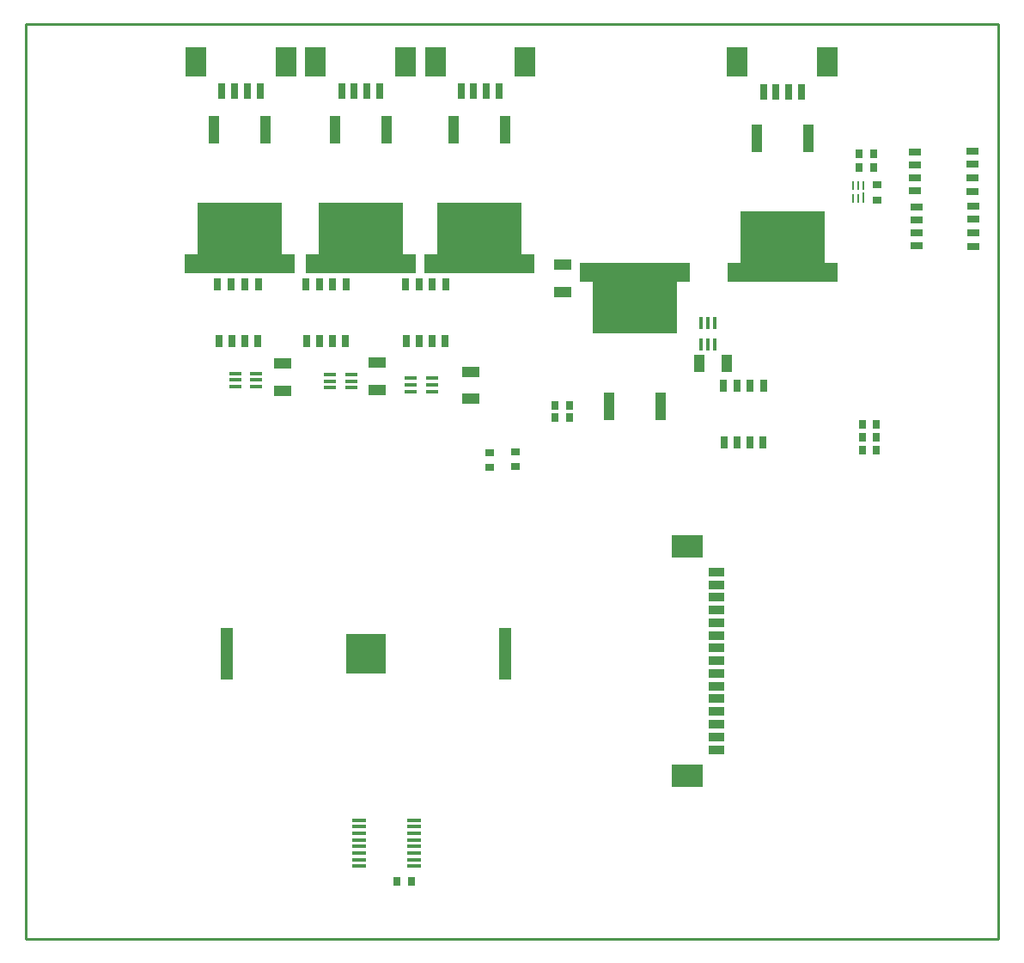
<source format=gbp>
G04*
G04 #@! TF.GenerationSoftware,Altium Limited,Altium Designer,18.1.9 (240)*
G04*
G04 Layer_Color=128*
%FSLAX44Y44*%
%MOMM*%
G71*
G01*
G75*
%ADD14C,0.2540*%
%ADD21R,0.9000X0.7000*%
%ADD24R,0.8000X1.6000*%
%ADD25R,2.1000X3.0000*%
%ADD34R,1.1684X0.3556*%
%ADD35R,0.3556X1.1684*%
%ADD41R,0.9000X0.8000*%
%ADD43R,0.8000X0.9000*%
%ADD44R,0.7000X0.9000*%
%ADD48R,1.7000X1.1000*%
%ADD141R,1.6002X0.8128*%
%ADD142R,3.0988X2.2098*%
%ADD143R,1.3000X5.1000*%
%ADD144R,4.0000X4.0000*%
%ADD145R,0.2700X1.0200*%
%ADD146R,0.2700X0.9400*%
%ADD147R,0.6500X1.2000*%
%ADD148R,1.2000X0.6500*%
%ADD149R,10.8000X1.9100*%
%ADD150R,8.3300X5.0800*%
%ADD151R,1.0500X2.8000*%
%ADD152R,1.4000X0.3500*%
%ADD153R,1.1000X1.7000*%
D14*
Y901700D02*
X958850D01*
X958850Y0D01*
X0D02*
X958850D01*
X0D02*
Y901700D01*
D21*
X839470Y742830D02*
D03*
Y727830D02*
D03*
D24*
X348750Y835218D02*
D03*
X336250D02*
D03*
X311250D02*
D03*
X323750D02*
D03*
X764500Y835000D02*
D03*
X752000D02*
D03*
X727000D02*
D03*
X739500D02*
D03*
X231040Y835108D02*
D03*
X218540D02*
D03*
X193540D02*
D03*
X206040D02*
D03*
X466600Y835218D02*
D03*
X454100D02*
D03*
X429100D02*
D03*
X441600D02*
D03*
D25*
X374250Y864218D02*
D03*
X285750D02*
D03*
X790000Y864000D02*
D03*
X701500D02*
D03*
X256540Y864108D02*
D03*
X168040D02*
D03*
X492100Y864218D02*
D03*
X403600D02*
D03*
D34*
X379386Y539108D02*
D03*
Y545712D02*
D03*
Y552316D02*
D03*
X400214D02*
D03*
Y545712D02*
D03*
Y539108D02*
D03*
X206545Y544076D02*
D03*
Y550680D02*
D03*
Y557284D02*
D03*
X227373D02*
D03*
Y550680D02*
D03*
Y544076D02*
D03*
X300119Y542971D02*
D03*
Y549575D02*
D03*
Y556179D02*
D03*
X320947D02*
D03*
Y549575D02*
D03*
Y542971D02*
D03*
D35*
X665808Y606664D02*
D03*
X672412D02*
D03*
X679016D02*
D03*
Y585836D02*
D03*
X672412D02*
D03*
X665808D02*
D03*
D41*
X457500Y464953D02*
D03*
Y478953D02*
D03*
X482500Y465500D02*
D03*
Y479500D02*
D03*
D43*
X365820Y56899D02*
D03*
X379820D02*
D03*
X824341Y481866D02*
D03*
X838341D02*
D03*
X838341Y494366D02*
D03*
X824341D02*
D03*
X824341Y507034D02*
D03*
X838341D02*
D03*
X522000Y526000D02*
D03*
X536000D02*
D03*
X521828Y513842D02*
D03*
X535828D02*
D03*
X835437Y773445D02*
D03*
X821438D02*
D03*
D44*
X836044Y760000D02*
D03*
X821044D02*
D03*
D48*
X253500Y566750D02*
D03*
Y539750D02*
D03*
X346000Y567750D02*
D03*
Y540750D02*
D03*
X529590Y637155D02*
D03*
Y664155D02*
D03*
X438500Y532000D02*
D03*
Y559000D02*
D03*
D141*
X681000Y186500D02*
D03*
Y199000D02*
D03*
Y211500D02*
D03*
Y224000D02*
D03*
Y236500D02*
D03*
Y249000D02*
D03*
Y261500D02*
D03*
Y274000D02*
D03*
Y286500D02*
D03*
Y299000D02*
D03*
Y311500D02*
D03*
Y324000D02*
D03*
Y336500D02*
D03*
Y349000D02*
D03*
Y361500D02*
D03*
D142*
X652000Y387000D02*
D03*
Y161000D02*
D03*
D143*
X198342Y280670D02*
D03*
X472642D02*
D03*
D144*
X335492D02*
D03*
D145*
X825420Y730388D02*
D03*
D146*
X820420Y729988D02*
D03*
X815420D02*
D03*
Y742588D02*
D03*
X820420D02*
D03*
X825420D02*
D03*
D147*
X726440Y489280D02*
D03*
X713740D02*
D03*
X701040D02*
D03*
X688340D02*
D03*
X687324Y545470D02*
D03*
X700786D02*
D03*
X713994D02*
D03*
X727456D02*
D03*
X413258Y588877D02*
D03*
X400558D02*
D03*
X387858D02*
D03*
X375158D02*
D03*
X374142Y645068D02*
D03*
X387604D02*
D03*
X400812D02*
D03*
X414274D02*
D03*
X228278Y588878D02*
D03*
X215578D02*
D03*
X202878D02*
D03*
X190178D02*
D03*
X189162Y645068D02*
D03*
X202624D02*
D03*
X215832D02*
D03*
X229294D02*
D03*
X315214Y588878D02*
D03*
X302514D02*
D03*
X289814D02*
D03*
X277114D02*
D03*
X276098Y645068D02*
D03*
X289560D02*
D03*
X302768D02*
D03*
X316230D02*
D03*
D148*
X877850Y683260D02*
D03*
Y695960D02*
D03*
Y708660D02*
D03*
Y721360D02*
D03*
X934040Y722376D02*
D03*
Y708914D02*
D03*
Y695706D02*
D03*
Y682244D02*
D03*
X876580Y737450D02*
D03*
Y750150D02*
D03*
Y762850D02*
D03*
Y775550D02*
D03*
X932770Y776566D02*
D03*
Y763104D02*
D03*
Y749896D02*
D03*
Y736434D02*
D03*
D149*
X330689Y664889D02*
D03*
X210969Y664889D02*
D03*
X447250Y665000D02*
D03*
X600000Y657006D02*
D03*
X746000Y656750D02*
D03*
D150*
X330689Y699839D02*
D03*
X210969Y699839D02*
D03*
X447250Y699950D02*
D03*
X600000Y622056D02*
D03*
X746000Y691700D02*
D03*
D151*
X356089Y797039D02*
D03*
X305289D02*
D03*
X236369Y797039D02*
D03*
X185569D02*
D03*
X472650Y797150D02*
D03*
X421850D02*
D03*
X574600Y524856D02*
D03*
X625400D02*
D03*
X771400Y788900D02*
D03*
X720600D02*
D03*
D152*
X329000Y71500D02*
D03*
Y78000D02*
D03*
Y84500D02*
D03*
Y91000D02*
D03*
Y97500D02*
D03*
Y104000D02*
D03*
Y110500D02*
D03*
Y117000D02*
D03*
X383000Y71500D02*
D03*
Y78000D02*
D03*
Y84500D02*
D03*
Y91000D02*
D03*
Y97500D02*
D03*
Y104000D02*
D03*
Y110500D02*
D03*
Y117000D02*
D03*
D153*
X690936Y567263D02*
D03*
X663936D02*
D03*
M02*

</source>
